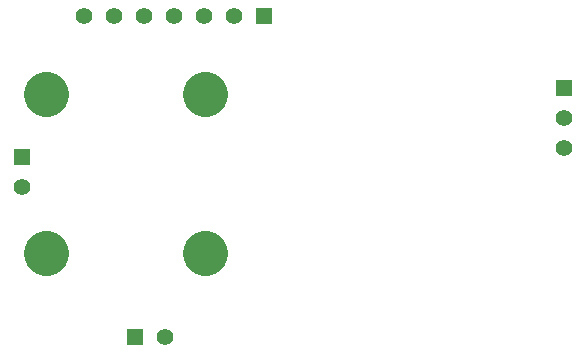
<source format=gbs>
G04 ( created by brdgerber.py ( brdgerber.py v0.1 2014-03-12 ) ) date 2021-03-15 07:30:49 EDT*
G04 Gerber Fmt 3.4, Leading zero omitted, Abs format*
%MOIN*%
%FSLAX34Y34*%
G01*
G70*
G90*
G04 APERTURE LIST*
%ADD10R,0.0260X0.0800*%
%ADD17R,0.1575X0.0945*%
%ADD16R,0.0709X0.0629*%
%ADD14R,0.0472X0.0275*%
%ADD12C,0.0550*%
%ADD13R,0.0629X0.0709*%
%ADD18R,0.0800X0.0600*%
%ADD15C,0.1500*%
%ADD11R,0.0550X0.0550*%
G04 APERTURE END LIST*
G54D10*
D11*
X02850Y23350D03*
D12*
X01850Y23350D03*
D12*
X00850Y23350D03*
D12*
X-00150Y23350D03*
D12*
X-01150Y23350D03*
D12*
X-02150Y23350D03*
D12*
X-03150Y23350D03*
D15*
G01X-04395Y15455D02*
G01X-04395Y15455D01*
D15*
G01X00895Y15455D02*
G01X00895Y15455D01*
D15*
G01X00895Y20745D02*
G01X00895Y20745D01*
D15*
G01X-04395Y20745D02*
G01X-04395Y20745D01*
D11*
X-01450Y12650D03*
D12*
X-00450Y12650D03*
D11*
X12850Y20950D03*
D12*
X12850Y19950D03*
D12*
X12850Y18950D03*
D11*
X-05200Y18650D03*
D12*
X-05200Y17650D03*
M02*

</source>
